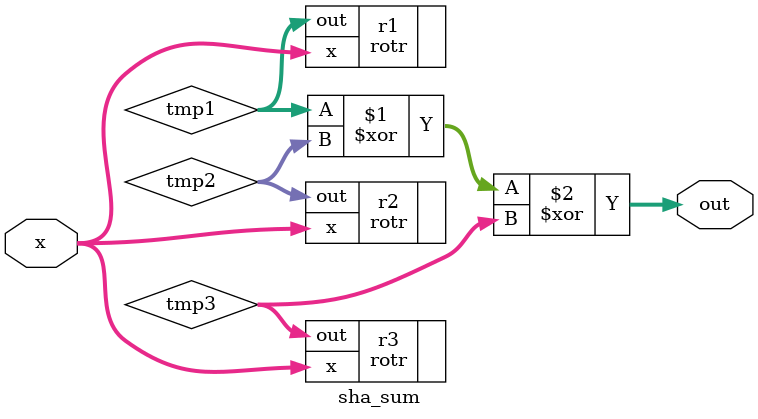
<source format=sv>
module sha_sum #(parameter i1=0, i2=0, i3=0) (input logic[31:0] x,
output logic[31:0] out);

logic[31:0] tmp1;
logic[31:0] tmp2;
logic[31:0] tmp3;

rotr #(.OFFSET(i1)) r1 (.x,.out(tmp1));
rotr #(.OFFSET(i2)) r2 (.x,.out(tmp2));
rotr #(.OFFSET(i3)) r3 (.x,.out(tmp3));

assign out= tmp1 ^ tmp2 ^ tmp3;

endmodule

</source>
